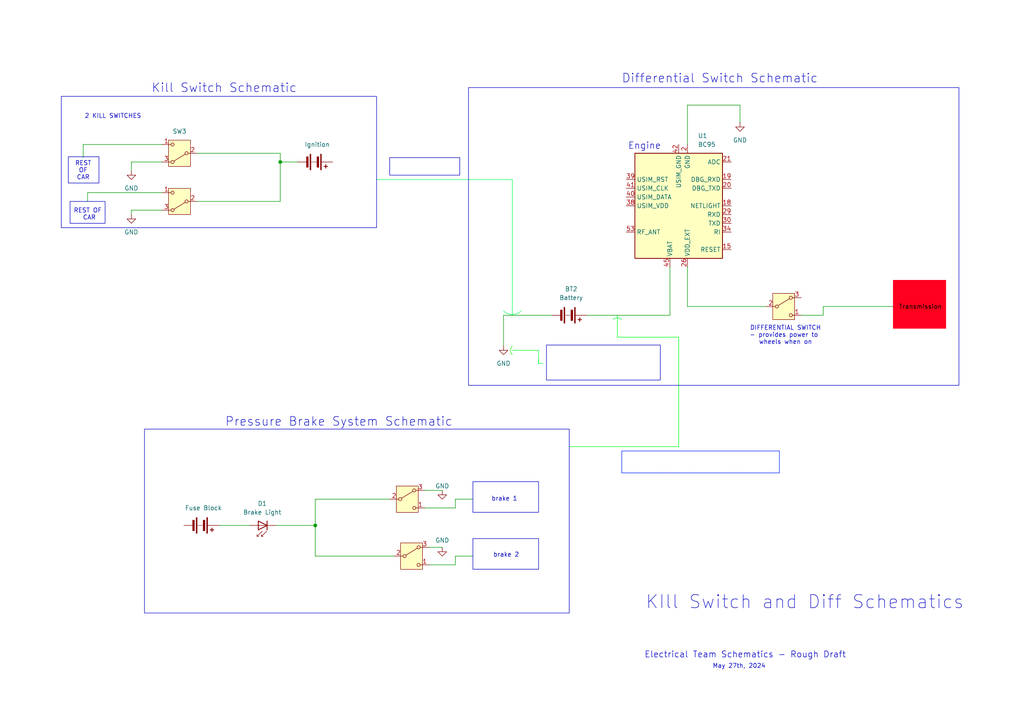
<source format=kicad_sch>
(kicad_sch (version 20231120) (generator "eeschema") (generator_version "8.0")
  (paper "A4")
  (lib_symbols
    (symbol "Device:Battery" (pin_numbers hide) (pin_names (offset 0) hide)
      (property "Reference" "BT" (at 2.54 2.54 0))
      (property "Value" "Battery" (at 2.54 0 0))
      (symbol "Battery_0_1"
        (rectangle (start -2.286 -1.27) (end 2.286 -1.524) (fill (type outline)))
        (rectangle (start -2.286 1.778) (end 2.286 1.524) (fill (type outline)))
        (rectangle (start -1.524 -2.032) (end 1.524 -2.54) (fill (type outline)))
        (rectangle (start -1.524 1.016) (end 1.524 0.508) (fill (type outline)))
        (polyline (pts (xy 0 -1.016) (xy 0 -0.762)))
        (polyline (pts (xy 0 -0.508) (xy 0 -0.254)))
        (polyline (pts (xy 0 0) (xy 0 0.254)))
        (polyline (pts (xy 0 1.778) (xy 0 2.54)))
        (polyline (pts (xy 0.762 3.048) (xy 1.778 3.048)) (stroke (width 0.254)))
        (polyline (pts (xy 1.27 3.556) (xy 1.27 2.54)) (stroke (width 0.254)))
      )
      (symbol "Battery_1_1"
        (pin passive line (at 0 5.08 270) (length 2.54) (name "+") (number "1"))
        (pin passive line (at 0 -5.08 90) (length 2.54) (name "-") (number "2"))
      )
    )
    (symbol "LED:SFH480" (pin_numbers hide) (pin_names (offset 1.016) hide)
      (property "Reference" "D" (at 0.508 1.778 0))
      (property "Value" "SFH480" (at -1.016 -2.794 0))
      (symbol "SFH480_0_1"
        (polyline (pts (xy -2.54 1.27) (xy -2.54 -1.27)) (stroke (width 0.254)))
        (polyline (pts (xy 0 0) (xy -2.54 0)))
        (polyline (pts (xy 0.381 3.175) (xy -0.127 3.175)))
        (polyline (pts (xy -1.143 1.651) (xy 0.381 3.175) (xy 0.381 2.667)))
        (polyline (pts (xy 0 1.27) (xy 0 -1.27) (xy -2.54 0) (xy 0 1.27)) (stroke (width 0.254)))
        (polyline (pts (xy -2.413 1.651) (xy -0.889 3.175) (xy -0.889 2.667) (xy -0.889 3.175) (xy -1.397 3.175)))
      )
      (symbol "SFH480_1_1"
        (pin passive line (at -5.08 0 0) (length 2.54) (name "K") (number "1"))
        (pin passive line (at 2.54 0 180) (length 2.54) (name "A") (number "2"))
      )
    )
    (symbol "RF_GSM:BC95"
      (property "Reference" "U" (at -11.43 16.51 0))
      (property "Value" "BC95" (at 10.16 16.51 0))
      (symbol "BC95_0_1"
        (rectangle (start -12.7 15.24) (end 12.7 -15.24) (stroke (width 0.254)) (fill (type background)))
      )
      (symbol "BC95_1_1"
        (pin input line (at -15.24 12.7 0) (length 2.54) (name "RESET") (number "15"))
        (pin output line (at -15.24 0 0) (length 2.54) (name "NETLIGHT") (number "18"))
        (pin input line (at -15.24 -7.62 0) (length 2.54) (name "DBG_RXD") (number "19"))
        (pin power_in line (at -2.54 -17.78 90) (length 2.54) (name "GND") (number "2"))
        (pin output line (at -15.24 -5.08 0) (length 2.54) (name "DBG_TXD") (number "20"))
        (pin input line (at -15.24 -12.7 0) (length 2.54) (name "ADC") (number "21"))
        (pin power_out line (at -2.54 17.78 270) (length 2.54) (name "VDD_EXT") (number "26"))
        (pin input line (at -15.24 2.54 0) (length 2.54) (name "RXD") (number "29"))
        (pin output line (at -15.24 5.08 0) (length 2.54) (name "TXD") (number "30"))
        (pin output line (at -15.24 7.62 0) (length 2.54) (name "RI") (number "34"))
        (pin power_out line (at 15.24 0 180) (length 2.54) (name "USIM_VDD") (number "38"))
        (pin output line (at 15.24 -7.62 180) (length 2.54) (name "USIM_RST") (number "39"))
        (pin bidirectional line (at 15.24 -2.54 180) (length 2.54) (name "USIM_DATA") (number "40"))
        (pin output line (at 15.24 -5.08 180) (length 2.54) (name "USIM_CLK") (number "41"))
        (pin power_in line (at 0 -17.78 90) (length 2.54) (name "USIM_GND") (number "42"))
        (pin passive line (at -2.54 -17.78 90) (length 2.54) hide (name "GND") (number "43"))
        (pin power_in line (at 2.54 17.78 270) (length 2.54) (name "VBAT") (number "45"))
        (pin passive line (at 2.54 17.78 270) (length 2.54) hide (name "VBAT") (number "46"))
        (pin passive line (at -2.54 -17.78 90) (length 2.54) hide (name "GND") (number "47"))
        (pin passive line (at -2.54 -17.78 90) (length 2.54) hide (name "GND") (number "48"))
        (pin passive line (at -2.54 -17.78 90) (length 2.54) hide (name "GND") (number "51"))
        (pin passive line (at -2.54 -17.78 90) (length 2.54) hide (name "GND") (number "52"))
        (pin passive line (at 15.24 7.62 180) (length 2.54) (name "RF_ANT") (number "53"))
        (pin passive line (at -2.54 -17.78 90) (length 2.54) hide (name "GND") (number "54"))
        (pin passive line (at -2.54 -17.78 90) (length 2.54) hide (name "GND") (number "59"))
        (pin passive line (at -2.54 -17.78 90) (length 2.54) hide (name "GND") (number "60"))
        (pin passive line (at -2.54 -17.78 90) (length 2.54) hide (name "GND") (number "61"))
        (pin passive line (at -2.54 -17.78 90) (length 2.54) hide (name "GND") (number "62"))
        (pin passive line (at -2.54 -17.78 90) (length 2.54) hide (name "GND") (number "63"))
        (pin passive line (at -2.54 -17.78 90) (length 2.54) hide (name "GND") (number "64"))
        (pin passive line (at -2.54 -17.78 90) (length 2.54) hide (name "GND") (number "65"))
        (pin passive line (at -2.54 -17.78 90) (length 2.54) hide (name "GND") (number "66"))
        (pin passive line (at -2.54 -17.78 90) (length 2.54) hide (name "GND") (number "71"))
        (pin passive line (at -2.54 -17.78 90) (length 2.54) hide (name "GND") (number "72"))
        (pin passive line (at -2.54 -17.78 90) (length 2.54) hide (name "GND") (number "73"))
        (pin passive line (at -2.54 -17.78 90) (length 2.54) hide (name "GND") (number "74"))
        (pin passive line (at -2.54 -17.78 90) (length 2.54) hide (name "GND") (number "81"))
        (pin passive line (at -2.54 -17.78 90) (length 2.54) hide (name "GND") (number "82"))
        (pin passive line (at -2.54 -17.78 90) (length 2.54) hide (name "GND") (number "83"))
        (pin passive line (at -2.54 -17.78 90) (length 2.54) hide (name "GND") (number "92"))
        (pin passive line (at -2.54 -17.78 90) (length 2.54) hide (name "GND") (number "93"))
        (pin passive line (at -2.54 -17.78 90) (length 2.54) hide (name "GND") (number "94"))
      )
    )
    (symbol "Switch:SW_Nidec_CAS-120A1" (pin_names (offset 1) hide)
      (property "Reference" "SW" (at 0 4.318 0))
      (property "Value" "SW_Nidec_CAS-120A1" (at 0 -5.08 0))
      (symbol "SW_Nidec_CAS-120A1_0_1"
        (circle (center -2.032 0) (radius 0.4572))
        (polyline (pts (xy -1.651 0.254) (xy 1.651 2.286)))
        (circle (center 2.032 -2.54) (radius 0.4572))
        (circle (center 2.032 2.54) (radius 0.4572))
      )
      (symbol "SW_Nidec_CAS-120A1_1_1"
        (rectangle (start -3.175 3.81) (end 3.175 -3.81) (fill (type background)))
        (pin passive line (at 5.08 -2.54 180) (length 2.54) (name "C") (number "1"))
        (pin passive line (at -5.08 0 0) (length 2.54) (name "B") (number "2"))
        (pin passive line (at 5.08 2.54 180) (length 2.54) (name "A") (number "3"))
      )
    )
    (symbol "power:GND" (power) (pin_numbers hide) (pin_names (offset 0) hide)
      (property "Value" "GND" (at 0 -3.81 0))
      (symbol "GND_0_1"
        (polyline (pts (xy 0 0) (xy 0 -1.27) (xy 1.27 -1.27) (xy 0 -2.54) (xy -1.27 -1.27) (xy 0 -1.27)))
      )
      (symbol "GND_1_1"
        (pin power_in line (at 0 0 270) (length 0) (name "~") (number "1"))
      )
    )
  )
  (junction (at 81.28 46.99))
  (junction (at 91.44 152.4))
  (polyline (pts (xy 156.21 104.14) (xy 156.21 105.41)) (stroke (width 0) (color 0 255 49 1)))
  (wire (pts (xy 24.13 45.72) (xy 24.13 41.91)))
  (wire (pts (xy 24.13 41.91) (xy 46.99 41.91)))
  (polyline (pts (xy 196.85 97.79) (xy 179.07 97.79)) (stroke (width 0) (color 0 255 20 1)))
  (wire (pts (xy 214.63 30.48) (xy 199.39 30.48)))
  (wire (pts (xy 81.28 58.42) (xy 81.28 46.99)))
  (wire (pts (xy 194.31 91.44) (xy 194.31 77.47)))
  (wire (pts (xy 132.08 147.32) (xy 132.08 144.78)))
  (wire (pts (xy 123.19 147.32) (xy 132.08 147.32)))
  (wire (pts (xy 199.39 30.48) (xy 199.39 41.91)))
  (wire (pts (xy 91.44 152.4) (xy 91.44 161.29)))
  (polyline (pts (xy 196.85 129.54) (xy 196.85 97.79)) (stroke (width 0) (color 0 255 20 1)))
  (polyline (pts (xy 109.22 52.07) (xy 148.59 52.07)) (stroke (width 0) (color 0 255 81 1)))
  (wire (pts (xy 81.28 46.99) (xy 86.36 46.99)))
  (wire (pts (xy 57.15 58.42) (xy 81.28 58.42)))
  (wire (pts (xy 38.1 62.23) (xy 38.1 60.96)))
  (polyline (pts (xy 156.21 105.41) (xy 157.48 105.41)) (stroke (width 0) (color 0 255 49 1)))
  (wire (pts (xy 81.28 44.45) (xy 81.28 46.99)))
  (wire (pts (xy 91.44 161.29) (xy 114.3 161.29)))
  (wire (pts (xy 124.46 163.83) (xy 132.08 163.83)))
  (polyline (pts (xy 148.59 52.07) (xy 148.59 91.44)) (stroke (width 0) (color 0 255 81 1)))
  (polyline (pts (xy 156.21 105.41) (xy 156.21 101.6)) (stroke (width 0) (color 0 255 49 1)))
  (polyline (pts (xy 179.07 91.44) (xy 179.07 97.79)) (stroke (width 0) (color 0 255 20 1)))
  (wire (pts (xy 91.44 144.78) (xy 91.44 152.4)))
  (wire (pts (xy 146.05 91.44) (xy 160.02 91.44)))
  (wire (pts (xy 238.76 88.9) (xy 238.76 91.44)))
  (wire (pts (xy 232.41 91.44) (xy 238.76 91.44)))
  (wire (pts (xy 214.63 30.48) (xy 214.63 35.56)))
  (wire (pts (xy 38.1 46.99) (xy 46.99 46.99)))
  (wire (pts (xy 199.39 88.9) (xy 222.25 88.9)))
  (wire (pts (xy 25.4 55.88) (xy 25.4 58.42)))
  (wire (pts (xy 80.01 152.4) (xy 91.44 152.4)))
  (wire (pts (xy 57.15 44.45) (xy 81.28 44.45)))
  (wire (pts (xy 170.18 91.44) (xy 194.31 91.44)))
  (wire (pts (xy 63.5 152.4) (xy 72.39 152.4)))
  (wire (pts (xy 132.08 161.29) (xy 137.16 161.29)))
  (wire (pts (xy 124.46 158.75) (xy 128.27 158.75)))
  (wire (pts (xy 38.1 49.53) (xy 38.1 46.99)))
  (wire (pts (xy 238.76 88.9) (xy 259.08 88.9)))
  (polyline (pts (xy 148.59 101.6) (xy 156.21 101.6)) (stroke (width 0) (color 0 255 45 1)))
  (wire (pts (xy 199.39 77.47) (xy 199.39 88.9)))
  (wire (pts (xy 38.1 60.96) (xy 46.99 60.96)))
  (wire (pts (xy 113.03 144.78) (xy 91.44 144.78)))
  (polyline (pts (xy 165.1 129.54) (xy 196.85 129.54)) (stroke (width 0) (color 0 255 20 1)))
  (wire (pts (xy 123.19 142.24) (xy 128.27 142.24)))
  (wire (pts (xy 132.08 163.83) (xy 132.08 161.29)))
  (wire (pts (xy 25.4 55.88) (xy 46.99 55.88)))
  (wire (pts (xy 132.08 144.78) (xy 137.16 144.78)))
  (wire (pts (xy 146.05 100.33) (xy 146.05 91.44)))
  (arc (start 148.59 102.87) (mid 148.0639 101.6) (end 148.59 100.33) (stroke (width 0) (color 15 255 0 1)))
  (rectangle (start 19.812 45.466) (end 28.702 53.086))
  (rectangle (start 41.91 124.46) (end 165.1 177.8))
  (rectangle (start 137.16 139.7) (end 156.21 148.59))
  (rectangle (start 158.496 100.076) (end 191.516 110.236) (fill (type color)))
  (rectangle (start 137.16 165.1) (end 156.21 156.21))
  (rectangle (start 180.34 130.81) (end 226.06 137.16) (stroke (width 0) (color 0 32 255 1)) (fill (type color)))
  (rectangle (start 135.89 25.4) (end 278.13 111.76))
  (rectangle (start 259.08 81.28) (end 274.32 95.25) (stroke (width 0) (color 255 0 30 1)) (fill (type color) (color 255 0 30 1)))
  (rectangle (start 17.78 27.94) (end 109.22 66.04))
  (rectangle (start 20.32 58.42) (end 30.48 64.77))
  (rectangle (start 113.03 45.72) (end 133.35 50.8) (fill (type color)))
  (arc (start 177.8 92.71) (mid 179.07 92.1839) (end 180.34 92.71) (stroke (width 0) (color 0 255 56 1)))
  (arc (start 151.13 90.17) (mid 148.59 91.2221) (end 146.05 90.17) (stroke (width 0) (color 0 255 81 1)))
  (text "Battery powers the engine which powers both\nbrake lights as well as the diff switch" (at 203.454 134.62 0) (effects (font (size 1.27 1.27))))
  (text "brake 1" (at 146.304 144.78 0) (effects (font (size 1.27 1.27))))
  (text "brake 2\n" (at 146.812 161.036 0) (effects (font (size 1.27 1.27))))
  (text "Transmission" (at 266.954 89.154 0) (effects (font (size 1.27 1.27))))
  (text "*NOTE*\nGround is done by connecting\na wire to the chassis as it \nessentially grounds the system" (at 175.26 105.41 0) (effects (font (size 1.27 1.27))))
  (text "May 27th, 2024\n" (at 214.376 193.294 0) (effects (font (size 1.27 1.27))))
  (text "REST OF \nCAR" (at 25.908 62.23 0) (effects (font (size 1.27 1.27))))
  (text "KIll Switch and Diff Schematics\n" (at 233.426 174.752 0) (effects (font (size 3.81 3.81))))
  (text "DIFFERENTIAL SWITCH\n- provides power to \nwheels when on\n\n" (at 227.838 98.298 0) (effects (font (size 1.27 1.27))))
  (text "Kill Switch Schematic\n" (at 65.024 25.654 0) (effects (font (size 2.54 2.54))))
  (text "2 KILL SWITCHES" (at 32.766 33.782 0) (effects (font (size 1.27 1.27))))
  (text "Electrical Team Schematics - Rough Draft" (at 216.154 189.992 0) (effects (font (size 1.778 1.778))))
  (text "Engine" (at 186.944 42.418 0) (effects (font (size 1.905 1.905))))
  (text "REST\nOF\nCAR\n" (at 24.13 49.53 0) (effects (font (size 1.27 1.27))))
  (text "Differential Switch Schematic" (at 208.788 22.86 0) (effects (font (size 2.54 2.54))))
  (text "kill switch and diff\nare connected here\n" (at 122.936 48.514 0) (effects (font (size 1.27 1.27))))
  (text "Pressure Brake System Schematic\n" (at 98.298 122.428 0) (effects (font (size 2.54 2.54))))
  (symbol (lib_id "Switch:SW_Nidec_CAS-120A1") (at 119.38 161.29 0) (unit 1)
    (property "Reference" "SW4" (effects (hide yes)))
    (property "Value" "SW_Nidec_CAS-120A1" (effects (hide yes)))
    (property "Footprint" "Button_Switch_SMD:Nidec_Copal_CAS-120A" (effects (hide yes)))
    (property "Datasheet" "https://www.nidec-components.com/e/catalog/switch/cas.pdf" (effects (hide yes)))
    (property "Description" "Switch, single pole double throw" (effects (hide yes)))
  )
  (symbol (lib_id "Switch:SW_Nidec_CAS-120A1") (at 227.33 88.9 0) (unit 1)
    (property "Reference" "SW1" (effects (hide yes)))
    (property "Value" "SW_Nidec_CAS-120A1" (effects (hide yes)))
    (property "Footprint" "Button_Switch_SMD:Nidec_Copal_CAS-120A" (effects (hide yes)))
    (property "Datasheet" "https://www.nidec-components.com/e/catalog/switch/cas.pdf" (effects (hide yes)))
    (property "Description" "Switch, single pole double throw" (effects (hide yes)))
  )
  (symbol (lib_id "Device:Battery") (at 165.1 91.44 270) (unit 1)
    (property "Reference" "BT2" (at 165.6715 83.82 90))
    (property "Value" "Battery" (at 165.6715 86.36 90))
    (property "Description" "Multiple-cell battery" (effects (hide yes)))
  )
  (symbol (lib_id "Switch:SW_Nidec_CAS-120A1") (at 52.07 58.42 180) (unit 1)
    (property "Reference" "SW5" (effects (hide yes)))
    (property "Value" "SW_Nidec_CAS-120A1" (effects (hide yes)))
    (property "Footprint" "Button_Switch_SMD:Nidec_Copal_CAS-120A" (effects (hide yes)))
    (property "Datasheet" "https://www.nidec-components.com/e/catalog/switch/cas.pdf" (effects (hide yes)))
    (property "Description" "Switch, single pole double throw" (effects (hide yes)))
  )
  (symbol (lib_id "RF_GSM:BC95") (at 196.85 59.69 180) (unit 1)
    (property "Reference" "U1" (at 202.4065 39.37 0) (effects (justify right)))
    (property "Value" "BC95" (at 202.4065 41.91 0) (effects (justify right)))
    (property "Footprint" "RF_GSM:Quectel_BC95" (effects (hide yes)))
    (property "Datasheet" "https://www.quectel.com/UploadImage/Downlad/Quectel_BC95_Hardware_Design_V1.3.pdf" (effects (hide yes)))
    (property "Description" "NB-IoT, GSM Quad-Band Communication Module, GPRS, Audio Engine, AT Command Set" (effects (hide yes)))
  )
  (symbol (lib_id "power:GND") (at 214.63 35.56 0) (unit 1)
    (property "Reference" "#PWR03" (effects (hide yes)))
    (property "Value" "GND" (at 214.63 40.64 0))
    (property "Description" "Power symbol creates a global label with name \"GND\" , ground" (effects (hide yes)))
  )
  (symbol (lib_id "Device:Battery") (at 91.44 46.99 270) (unit 1)
    (property "Reference" "BT1" (effects (hide yes)))
    (property "Value" "Ignition" (at 92.0115 41.91 90))
    (property "Description" "Multiple-cell battery" (effects (hide yes)))
  )
  (symbol (lib_id "power:GND") (at 128.27 158.75 0) (unit 1)
    (property "Reference" "#PWR06" (effects (hide yes)))
    (property "Value" "GND" (at 128.27 156.718 0))
    (property "Description" "Power symbol creates a global label with name \"GND\" , ground" (effects (hide yes)))
  )
  (symbol (lib_id "LED:SFH480") (at 74.93 152.4 180) (unit 1)
    (property "Reference" "D1" (at 76.073 146.05 0))
    (property "Value" "Brake Light" (at 76.073 148.59 0))
    (property "Footprint" "Package_TO_SOT_THT:TO-18-2_Window" (effects (hide yes)))
    (property "Datasheet" "http://www.osram-os.com/Graphics/XPic1/00083613_0.pdf" (effects (hide yes)))
    (property "Description" "GaAlAs Infrared LED (880 nm), TO-18 package" (effects (hide yes)))
  )
  (symbol (lib_id "Switch:SW_Nidec_CAS-120A1") (at 52.07 44.45 180) (unit 1)
    (property "Reference" "SW3" (at 52.07 38.1 0))
    (property "Value" "SW_Nidec_CAS-120A1" (effects (hide yes)))
    (property "Footprint" "Button_Switch_SMD:Nidec_Copal_CAS-120A" (effects (hide yes)))
    (property "Datasheet" "https://www.nidec-components.com/e/catalog/switch/cas.pdf" (effects (hide yes)))
    (property "Description" "Switch, single pole double throw" (effects (hide yes)))
  )
  (symbol (lib_id "Device:Battery") (at 58.42 152.4 270) (unit 1)
    (property "Reference" "BT3" (effects (hide yes)))
    (property "Value" "Fuse Block" (at 58.9915 147.32 90))
    (property "Description" "Multiple-cell battery" (effects (hide yes)))
  )
  (symbol (lib_id "power:GND") (at 146.05 100.33 0) (unit 1)
    (property "Reference" "#PWR04" (effects (hide yes)))
    (property "Value" "GND" (at 146.05 105.41 0))
    (property "Description" "Power symbol creates a global label with name \"GND\" , ground" (effects (hide yes)))
  )
  (symbol (lib_id "power:GND") (at 128.27 142.24 0) (unit 1)
    (property "Reference" "#PWR05" (effects (hide yes)))
    (property "Value" "GND" (at 128.27 140.97 0))
    (property "Description" "Power symbol creates a global label with name \"GND\" , ground" (effects (hide yes)))
  )
  (symbol (lib_id "power:GND") (at 38.1 62.23 0) (unit 1)
    (property "Reference" "#PWR02" (effects (hide yes)))
    (property "Value" "GND" (at 38.1 67.31 0))
    (property "Description" "Power symbol creates a global label with name \"GND\" , ground" (effects (hide yes)))
  )
  (symbol (lib_id "power:GND") (at 38.1 49.53 0) (unit 1)
    (property "Reference" "#PWR01" (effects (hide yes)))
    (property "Value" "GND" (at 38.1 54.61 0))
    (property "Description" "Power symbol creates a global label with name \"GND\" , ground" (effects (hide yes)))
  )
  (symbol (lib_id "Switch:SW_Nidec_CAS-120A1") (at 118.11 144.78 0) (unit 1)
    (property "Reference" "SW2" (effects (hide yes)))
    (property "Value" "SW_Nidec_CAS-120A1" (effects (hide yes)))
    (property "Footprint" "Button_Switch_SMD:Nidec_Copal_CAS-120A" (effects (hide yes)))
    (property "Datasheet" "https://www.nidec-components.com/e/catalog/switch/cas.pdf" (effects (hide yes)))
    (property "Description" "Switch, single pole double throw" (effects (hide yes)))
  )
)
</source>
